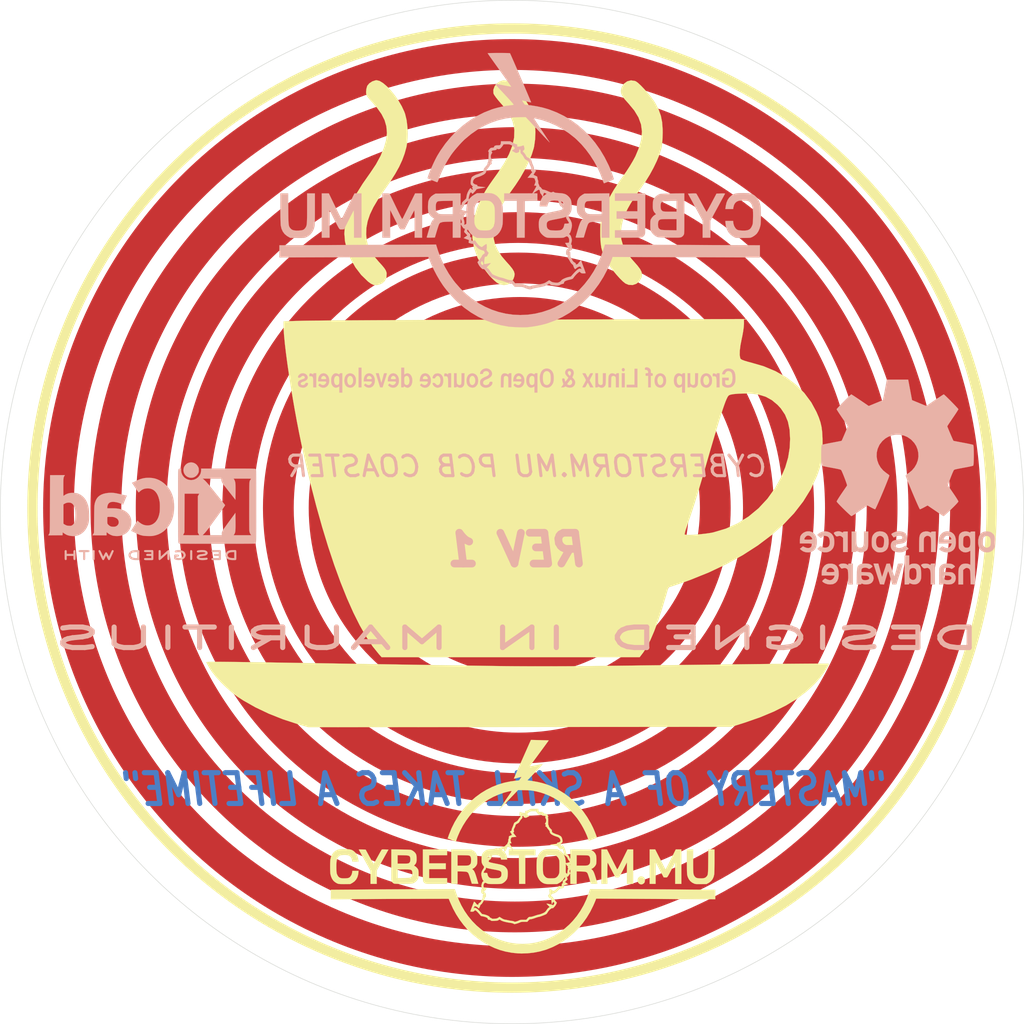
<source format=kicad_pcb>
(kicad_pcb (version 20171130) (host pcbnew "(5.1.2)-1")
  (layers (0 F.Cu signal) (31 B.Cu signal) (34 B.Paste user) (35 F.Paste user) (36 B.SilkS user) (37 F.SilkS user) (38 B.Mask user) (39 F.Mask user) (44 Edge.Cuts user))
  (net 0 "")
  (module Diode_SMD:D_0402_1005Metric (layer B.Cu) (at 189.507 88.392)
    (fp_text reference REF** (at 0 1.17) (layer B.SilkS) (effects (justify mirror)))
    (fp_text value D_0402_1005Metric)
    (pad 2 smd roundrect (at 0.485 0) (size 0.59 0.64) (layers B.Cu B.Paste B.Mask))
    (pad 1 smd roundrect (at -0.485 0) (size 0.59 0.64) (layers B.Cu B.Paste B.Mask))
  )
  (module Package_BGA:TFBGA-216_13x13mm_Layout15x15_P0.8mm (layer F.Cu) (at 153.416 97.536)
    (fp_text reference REF** (at 0 -7.5) (layer F.SilkS))
    (fp_text value TFBGA-216_13x13mm_Layout15x15_P0.8mm)
    (pad R15 smd circle (at 5.6 5.6) (size 0.4 0.4) (layers F.Cu F.Paste F.Mask))
    (pad R14 smd circle (at 4.8 5.6) (size 0.4 0.4) (layers F.Cu F.Paste F.Mask))
    (pad R13 smd circle (at 4 5.6) (size 0.4 0.4) (layers F.Cu F.Paste F.Mask))
    (pad R12 smd circle (at 3.2 5.6) (size 0.4 0.4) (layers F.Cu F.Paste F.Mask))
    (pad R11 smd circle (at 2.4 5.6) (size 0.4 0.4) (layers F.Cu F.Paste F.Mask))
    (pad R10 smd circle (at 1.6 5.6) (size 0.4 0.4) (layers F.Cu F.Paste F.Mask))
    (pad R9 smd circle (at 0.8 5.6) (size 0.4 0.4) (layers F.Cu F.Paste F.Mask))
    (pad R8 smd circle (at 0 5.6) (size 0.4 0.4) (layers F.Cu F.Paste F.Mask))
    (pad R7 smd circle (at -0.8 5.6) (size 0.4 0.4) (layers F.Cu F.Paste F.Mask))
    (pad R6 smd circle (at -1.6 5.6) (size 0.4 0.4) (layers F.Cu F.Paste F.Mask))
    (pad R5 smd circle (at -2.4 5.6) (size 0.4 0.4) (layers F.Cu F.Paste F.Mask))
    (pad R4 smd circle (at -3.2 5.6) (size 0.4 0.4) (layers F.Cu F.Paste F.Mask))
    (pad R3 smd circle (at -4 5.6) (size 0.4 0.4) (layers F.Cu F.Paste F.Mask))
    (pad R2 smd circle (at -4.8 5.6) (size 0.4 0.4) (layers F.Cu F.Paste F.Mask))
    (pad R1 smd circle (at -5.6 5.6) (size 0.4 0.4) (layers F.Cu F.Paste F.Mask))
    (pad P15 smd circle (at 5.6 4.8) (size 0.4 0.4) (layers F.Cu F.Paste F.Mask))
    (pad P14 smd circle (at 4.8 4.8) (size 0.4 0.4) (layers F.Cu F.Paste F.Mask))
    (pad P13 smd circle (at 4 4.8) (size 0.4 0.4) (layers F.Cu F.Paste F.Mask))
    (pad P12 smd circle (at 3.2 4.8) (size 0.4 0.4) (layers F.Cu F.Paste F.Mask))
    (pad P11 smd circle (at 2.4 4.8) (size 0.4 0.4) (layers F.Cu F.Paste F.Mask))
    (pad P10 smd circle (at 1.6 4.8) (size 0.4 0.4) (layers F.Cu F.Paste F.Mask))
    (pad P9 smd circle (at 0.8 4.8) (size 0.4 0.4) (layers F.Cu F.Paste F.Mask))
    (pad P8 smd circle (at 0 4.8) (size 0.4 0.4) (layers F.Cu F.Paste F.Mask))
    (pad P7 smd circle (at -0.8 4.8) (size 0.4 0.4) (layers F.Cu F.Paste F.Mask))
    (pad P6 smd circle (at -1.6 4.8) (size 0.4 0.4) (layers F.Cu F.Paste F.Mask))
    (pad P5 smd circle (at -2.4 4.8) (size 0.4 0.4) (layers F.Cu F.Paste F.Mask))
    (pad P4 smd circle (at -3.2 4.8) (size 0.4 0.4) (layers F.Cu F.Paste F.Mask))
    (pad P3 smd circle (at -4 4.8) (size 0.4 0.4) (layers F.Cu F.Paste F.Mask))
    (pad P2 smd circle (at -4.8 4.8) (size 0.4 0.4) (layers F.Cu F.Paste F.Mask))
    (pad P1 smd circle (at -5.6 4.8) (size 0.4 0.4) (layers F.Cu F.Paste F.Mask))
    (pad N15 smd circle (at 5.6 4) (size 0.4 0.4) (layers F.Cu F.Paste F.Mask))
    (pad N14 smd circle (at 4.8 4) (size 0.4 0.4) (layers F.Cu F.Paste F.Mask))
    (pad N13 smd circle (at 4 4) (size 0.4 0.4) (layers F.Cu F.Paste F.Mask))
    (pad N12 smd circle (at 3.2 4) (size 0.4 0.4) (layers F.Cu F.Paste F.Mask))
    (pad N11 smd circle (at 2.4 4) (size 0.4 0.4) (layers F.Cu F.Paste F.Mask))
    (pad N10 smd circle (at 1.6 4) (size 0.4 0.4) (layers F.Cu F.Paste F.Mask))
    (pad N9 smd circle (at 0.8 4) (size 0.4 0.4) (layers F.Cu F.Paste F.Mask))
    (pad N8 smd circle (at 0 4) (size 0.4 0.4) (layers F.Cu F.Paste F.Mask))
    (pad N7 smd circle (at -0.8 4) (size 0.4 0.4) (layers F.Cu F.Paste F.Mask))
    (pad N6 smd circle (at -1.6 4) (size 0.4 0.4) (layers F.Cu F.Paste F.Mask))
    (pad N5 smd circle (at -2.4 4) (size 0.4 0.4) (layers F.Cu F.Paste F.Mask))
    (pad N4 smd circle (at -3.2 4) (size 0.4 0.4) (layers F.Cu F.Paste F.Mask))
    (pad N3 smd circle (at -4 4) (size 0.4 0.4) (layers F.Cu F.Paste F.Mask))
    (pad N2 smd circle (at -4.8 4) (size 0.4 0.4) (layers F.Cu F.Paste F.Mask))
    (pad N1 smd circle (at -5.6 4) (size 0.4 0.4) (layers F.Cu F.Paste F.Mask))
    (pad M15 smd circle (at 5.6 3.2) (size 0.4 0.4) (layers F.Cu F.Paste F.Mask))
    (pad M14 smd circle (at 4.8 3.2) (size 0.4 0.4) (layers F.Cu F.Paste F.Mask))
    (pad M13 smd circle (at 4 3.2) (size 0.4 0.4) (layers F.Cu F.Paste F.Mask))
    (pad M12 smd circle (at 3.2 3.2) (size 0.4 0.4) (layers F.Cu F.Paste F.Mask))
    (pad M11 smd circle (at 2.4 3.2) (size 0.4 0.4) (layers F.Cu F.Paste F.Mask))
    (pad M10 smd circle (at 1.6 3.2) (size 0.4 0.4) (layers F.Cu F.Paste F.Mask))
    (pad M9 smd circle (at 0.8 3.2) (size 0.4 0.4) (layers F.Cu F.Paste F.Mask))
    (pad M8 smd circle (at 0 3.2) (size 0.4 0.4) (layers F.Cu F.Paste F.Mask))
    (pad M7 smd circle (at -0.8 3.2) (size 0.4 0.4) (layers F.Cu F.Paste F.Mask))
    (pad M6 smd circle (at -1.6 3.2) (size 0.4 0.4) (layers F.Cu F.Paste F.Mask))
    (pad M5 smd circle (at -2.4 3.2) (size 0.4 0.4) (layers F.Cu F.Paste F.Mask))
    (pad M4 smd circle (at -3.2 3.2) (size 0.4 0.4) (layers F.Cu F.Paste F.Mask))
    (pad M3 smd circle (at -4 3.2) (size 0.4 0.4) (layers F.Cu F.Paste F.Mask))
    (pad M2 smd circle (at -4.8 3.2) (size 0.4 0.4) (layers F.Cu F.Paste F.Mask))
    (pad M1 smd circle (at -5.6 3.2) (size 0.4 0.4) (layers F.Cu F.Paste F.Mask))
    (pad L15 smd circle (at 5.6 2.4) (size 0.4 0.4) (layers F.Cu F.Paste F.Mask))
    (pad L14 smd circle (at 4.8 2.4) (size 0.4 0.4) (layers F.Cu F.Paste F.Mask))
    (pad L13 smd circle (at 4 2.4) (size 0.4 0.4) (layers F.Cu F.Paste F.Mask))
    (pad L12 smd circle (at 3.2 2.4) (size 0.4 0.4) (layers F.Cu F.Paste F.Mask))
    (pad L11 smd circle (at 2.4 2.4) (size 0.4 0.4) (layers F.Cu F.Paste F.Mask))
    (pad L10 smd circle (at 1.6 2.4) (size 0.4 0.4) (layers F.Cu F.Paste F.Mask))
    (pad L9 smd circle (at 0.8 2.4) (size 0.4 0.4) (layers F.Cu F.Paste F.Mask))
    (pad L8 smd circle (at 0 2.4) (size 0.4 0.4) (layers F.Cu F.Paste F.Mask))
    (pad L7 smd circle (at -0.8 2.4) (size 0.4 0.4) (layers F.Cu F.Paste F.Mask))
    (pad L6 smd circle (at -1.6 2.4) (size 0.4 0.4) (layers F.Cu F.Paste F.Mask))
    (pad L5 smd circle (at -2.4 2.4) (size 0.4 0.4) (layers F.Cu F.Paste F.Mask))
    (pad L4 smd circle (at -3.2 2.4) (size 0.4 0.4) (layers F.Cu F.Paste F.Mask))
    (pad L3 smd circle (at -4 2.4) (size 0.4 0.4) (layers F.Cu F.Paste F.Mask))
    (pad L2 smd circle (at -4.8 2.4) (size 0.4 0.4) (layers F.Cu F.Paste F.Mask))
    (pad L1 smd circle (at -5.6 2.4) (size 0.4 0.4) (layers F.Cu F.Paste F.Mask))
    (pad K15 smd circle (at 5.6 1.6) (size 0.4 0.4) (layers F.Cu F.Paste F.Mask))
    (pad K14 smd circle (at 4.8 1.6) (size 0.4 0.4) (layers F.Cu F.Paste F.Mask))
    (pad K13 smd circle (at 4 1.6) (size 0.4 0.4) (layers F.Cu F.Paste F.Mask))
    (pad K12 smd circle (at 3.2 1.6) (size 0.4 0.4) (layers F.Cu F.Paste F.Mask))
    (pad K11 smd circle (at 2.4 1.6) (size 0.4 0.4) (layers F.Cu F.Paste F.Mask))
    (pad K10 smd circle (at 1.6 1.6) (size 0.4 0.4) (layers F.Cu F.Paste F.Mask))
    (pad K9 smd circle (at 0.8 1.6) (size 0.4 0.4) (layers F.Cu F.Paste F.Mask))
    (pad K8 smd circle (at 0 1.6) (size 0.4 0.4) (layers F.Cu F.Paste F.Mask))
    (pad K7 smd circle (at -0.8 1.6) (size 0.4 0.4) (layers F.Cu F.Paste F.Mask))
    (pad K6 smd circle (at -1.6 1.6) (size 0.4 0.4) (layers F.Cu F.Paste F.Mask))
    (pad K5 smd circle (at -2.4 1.6) (size 0.4 0.4) (layers F.Cu F.Paste F.Mask))
    (pad K4 smd circle (at -3.2 1.6) (size 0.4 0.4) (layers F.Cu F.Paste F.Mask))
    (pad K3 smd circle (at -4 1.6) (size 0.4 0.4) (layers F.Cu F.Paste F.Mask))
    (pad K2 smd circle (at -4.8 1.6) (size 0.4 0.4) (layers F.Cu F.Paste F.Mask))
    (pad K1 smd circle (at -5.6 1.6) (size 0.4 0.4) (layers F.Cu F.Paste F.Mask))
    (pad J15 smd circle (at 5.6 0.8) (size 0.4 0.4) (layers F.Cu F.Paste F.Mask))
    (pad J14 smd circle (at 4.8 0.8) (size 0.4 0.4) (layers F.Cu F.Paste F.Mask))
    (pad J13 smd circle (at 4 0.8) (size 0.4 0.4) (layers F.Cu F.Paste F.Mask))
    (pad J12 smd circle (at 3.2 0.8) (size 0.4 0.4) (layers F.Cu F.Paste F.Mask))
    (pad J11 smd circle (at 2.4 0.8) (size 0.4 0.4) (layers F.Cu F.Paste F.Mask))
    (pad J10 smd circle (at 1.6 0.8) (size 0.4 0.4) (layers F.Cu F.Paste F.Mask))
    (pad J6 smd circle (at -1.6 0.8) (size 0.4 0.4) (layers F.Cu F.Paste F.Mask))
    (pad J5 smd circle (at -2.4 0.8) (size 0.4 0.4) (layers F.Cu F.Paste F.Mask))
    (pad J4 smd circle (at -3.2 0.8) (size 0.4 0.4) (layers F.Cu F.Paste F.Mask))
    (pad J3 smd circle (at -4 0.8) (size 0.4 0.4) (layers F.Cu F.Paste F.Mask))
    (pad J2 smd circle (at -4.8 0.8) (size 0.4 0.4) (layers F.Cu F.Paste F.Mask))
    (pad J1 smd circle (at -5.6 0.8) (size 0.4 0.4) (layers F.Cu F.Paste F.Mask))
    (pad H15 smd circle (at 5.6 0) (size 0.4 0.4) (layers F.Cu F.Paste F.Mask))
    (pad H14 smd circle (at 4.8 0) (size 0.4 0.4) (layers F.Cu F.Paste F.Mask))
    (pad H13 smd circle (at 4 0) (size 0.4 0.4) (layers F.Cu F.Paste F.Mask))
    (pad H12 smd circle (at 3.2 0) (size 0.4 0.4) (layers F.Cu F.Paste F.Mask))
    (pad H11 smd circle (at 2.4 0) (size 0.4 0.4) (layers F.Cu F.Paste F.Mask))
    (pad H10 smd circle (at 1.6 0) (size 0.4 0.4) (layers F.Cu F.Paste F.Mask))
    (pad H6 smd circle (at -1.6 0) (size 0.4 0.4) (layers F.Cu F.Paste F.Mask))
    (pad H5 smd circle (at -2.4 0) (size 0.4 0.4) (layers F.Cu F.Paste F.Mask))
    (pad H4 smd circle (at -3.2 0) (size 0.4 0.4) (layers F.Cu F.Paste F.Mask))
    (pad H3 smd circle (at -4 0) (size 0.4 0.4) (layers F.Cu F.Paste F.Mask))
    (pad H2 smd circle (at -4.8 0) (size 0.4 0.4) (layers F.Cu F.Paste F.Mask))
    (pad H1 smd circle (at -5.6 0) (size 0.4 0.4) (layers F.Cu F.Paste F.Mask))
    (pad G15 smd circle (at 5.6 -0.8) (size 0.4 0.4) (layers F.Cu F.Paste F.Mask))
    (pad G14 smd circle (at 4.8 -0.8) (size 0.4 0.4) (layers F.Cu F.Paste F.Mask))
    (pad G13 smd circle (at 4 -0.8) (size 0.4 0.4) (layers F.Cu F.Paste F.Mask))
    (pad G12 smd circle (at 3.2 -0.8) (size 0.4 0.4) (layers F.Cu F.Paste F.Mask))
    (pad G11 smd circle (at 2.4 -0.8) (size 0.4 0.4) (layers F.Cu F.Paste F.Mask))
    (pad G10 smd circle (at 1.6 -0.8) (size 0.4 0.4) (layers F.Cu F.Paste F.Mask))
    (pad G6 smd circle (at -1.6 -0.8) (size 0.4 0.4) (layers F.Cu F.Paste F.Mask))
    (pad G5 smd circle (at -2.4 -0.8) (size 0.4 0.4) (layers F.Cu F.Paste F.Mask))
    (pad G4 smd circle (at -3.2 -0.8) (size 0.4 0.4) (layers F.Cu F.Paste F.Mask))
    (pad G3 smd circle (at -4 -0.8) (size 0.4 0.4) (layers F.Cu F.Paste F.Mask))
    (pad G2 smd circle (at -4.8 -0.8) (size 0.4 0.4) (layers F.Cu F.Paste F.Mask))
    (pad G1 smd circle (at -5.6 -0.8) (size 0.4 0.4) (layers F.Cu F.Paste F.Mask))
    (pad F15 smd circle (at 5.6 -1.6) (size 0.4 0.4) (layers F.Cu F.Paste F.Mask))
    (pad F14 smd circle (at 4.8 -1.6) (size 0.4 0.4) (layers F.Cu F.Paste F.Mask))
    (pad F13 smd circle (at 4 -1.6) (size 0.4 0.4) (layers F.Cu F.Paste F.Mask))
    (pad F12 smd circle (at 3.2 -1.6) (size 0.4 0.4) (layers F.Cu F.Paste F.Mask))
    (pad F11 smd circle (at 2.4 -1.6) (size 0.4 0.4) (layers F.Cu F.Paste F.Mask))
    (pad F10 smd circle (at 1.6 -1.6) (size 0.4 0.4) (layers F.Cu F.Paste F.Mask))
    (pad F9 smd circle (at 0.8 -1.6) (size 0.4 0.4) (layers F.Cu F.Paste F.Mask))
    (pad F8 smd circle (at 0 -1.6) (size 0.4 0.4) (layers F.Cu F.Paste F.Mask))
    (pad F7 smd circle (at -0.8 -1.6) (size 0.4 0.4) (layers F.Cu F.Paste F.Mask))
    (pad F6 smd circle (at -1.6 -1.6) (size 0.4 0.4) (layers F.Cu F.Paste F.Mask))
    (pad F5 smd circle (at -2.4 -1.6) (size 0.4 0.4) (layers F.Cu F.Paste F.Mask))
    (pad F4 smd circle (at -3.2 -1.6) (size 0.4 0.4) (layers F.Cu F.Paste F.Mask))
    (pad F3 smd circle (at -4 -1.6) (size 0.4 0.4) (layers F.Cu F.Paste F.Mask))
    (pad F2 smd circle (at -4.8 -1.6) (size 0.4 0.4) (layers F.Cu F.Paste F.Mask))
    (pad F1 smd circle (at -5.6 -1.6) (size 0.4 0.4) (layers F.Cu F.Paste F.Mask))
    (pad E15 smd circle (at 5.6 -2.4) (size 0.4 0.4) (layers F.Cu F.Paste F.Mask))
    (pad E14 smd circle (at 4.8 -2.4) (size 0.4 0.4) (layers F.Cu F.Paste F.Mask))
    (pad E13 smd circle (at 4 -2.4) (size 0.4 0.4) (layers F.Cu F.Paste F.Mask))
    (pad E12 smd circle (at 3.2 -2.4) (size 0.4 0.4) (layers F.Cu F.Paste F.Mask))
    (pad E11 smd circle (at 2.4 -2.4) (size 0.4 0.4) (layers F.Cu F.Paste F.Mask))
    (pad E10 smd circle (at 1.6 -2.4) (size 0.4 0.4) (layers F.Cu F.Paste F.Mask))
    (pad E9 smd circle (at 0.8 -2.4) (size 0.4 0.4) (layers F.Cu F.Paste F.Mask))
    (pad E8 smd circle (at 0 -2.4) (size 0.4 0.4) (layers F.Cu F.Paste F.Mask))
    (pad E7 smd circle (at -0.8 -2.4) (size 0.4 0.4) (layers F.Cu F.Paste F.Mask))
    (pad E6 smd circle (at -1.6 -2.4) (size 0.4 0.4) (layers F.Cu F.Paste F.Mask))
    (pad E5 smd circle (at -2.4 -2.4) (size 0.4 0.4) (layers F.Cu F.Paste F.Mask))
    (pad E4 smd circle (at -3.2 -2.4) (size 0.4 0.4) (layers F.Cu F.Paste F.Mask))
    (pad E3 smd circle (at -4 -2.4) (size 0.4 0.4) (layers F.Cu F.Paste F.Mask))
    (pad E2 smd circle (at -4.8 -2.4) (size 0.4 0.4) (layers F.Cu F.Paste F.Mask))
    (pad E1 smd circle (at -5.6 -2.4) (size 0.4 0.4) (layers F.Cu F.Paste F.Mask))
    (pad D15 smd circle (at 5.6 -3.2) (size 0.4 0.4) (layers F.Cu F.Paste F.Mask))
    (pad D14 smd circle (at 4.8 -3.2) (size 0.4 0.4) (layers F.Cu F.Paste F.Mask))
    (pad D13 smd circle (at 4 -3.2) (size 0.4 0.4) (layers F.Cu F.Paste F.Mask))
    (pad D12 smd circle (at 3.2 -3.2) (size 0.4 0.4) (layers F.Cu F.Paste F.Mask))
    (pad D11 smd circle (at 2.4 -3.2) (size 0.4 0.4) (layers F.Cu F.Paste F.Mask))
    (pad D10 smd circle (at 1.6 -3.2) (size 0.4 0.4) (layers F.Cu F.Paste F.Mask))
    (pad D9 smd circle (at 0.8 -3.2) (size 0.4 0.4) (layers F.Cu F.Paste F.Mask))
    (pad D8 smd circle (at 0 -3.2) (size 0.4 0.4) (layers F.Cu F.Paste F.Mask))
    (pad D7 smd circle (at -0.8 -3.2) (size 0.4 0.4) (layers F.Cu F.Paste F.Mask))
    (pad D6 smd circle (at -1.6 -3.2) (size 0.4 0.4) (layers F.Cu F.Paste F.Mask))
    (pad D5 smd circle (at -2.4 -3.2) (size 0.4 0.4) (layers F.Cu F.Paste F.Mask))
    (pad D4 smd circle (at -3.2 -3.2) (size 0.4 0.4) (layers F.Cu F.Paste F.Mask))
    (pad D3 smd circle (at -4 -3.2) (size 0.4 0.4) (layers F.Cu F.Paste F.Mask))
    (pad D2 smd circle (at -4.8 -3.2) (size 0.4 0.4) (layers F.Cu F.Paste F.Mask))
    (pad D1 smd circle (at -5.6 -3.2) (size 0.4 0.4) (layers F.Cu F.Paste F.Mask))
    (pad C15 smd circle (at 5.6 -4) (size 0.4 0.4) (layers F.Cu F.Paste F.Mask))
    (pad C14 smd circle (at 4.8 -4) (size 0.4 0.4) (layers F.Cu F.Paste F.Mask))
    (pad C13 smd circle (at 4 -4) (size 0.4 0.4) (layers F.Cu F.Paste F.Mask))
    (pad C12 smd circle (at 3.2 -4) (size 0.4 0.4) (layers F.Cu F.Paste F.Mask))
    (pad C11 smd circle (at 2.4 -4) (size 0.4 0.4) (layers F.Cu F.Paste F.Mask))
    (pad C10 smd circle (at 1.6 -4) (size 0.4 0.4) (layers F.Cu F.Paste F.Mask))
    (pad C9 smd circle (at 0.8 -4) (size 0.4 0.4) (layers F.Cu F.Paste F.Mask))
    (pad C8 smd circle (at 0 -4) (size 0.4 0.4) (layers F.Cu F.Paste F.Mask))
    (pad C7 smd circle (at -0.8 -4) (size 0.4 0.4) (layers F.Cu F.Paste F.Mask))
    (pad C6 smd circle (at -1.6 -4) (size 0.4 0.4) (layers F.Cu F.Paste F.Mask))
    (pad C5 smd circle (at -2.4 -4) (size 0.4 0.4) (layers F.Cu F.Paste F.Mask))
    (pad C4 smd circle (at -3.2 -4) (size 0.4 0.4) (layers F.Cu F.Paste F.Mask))
    (pad C3 smd circle (at -4 -4) (size 0.4 0.4) (layers F.Cu F.Paste F.Mask))
    (pad C2 smd circle (at -4.8 -4) (size 0.4 0.4) (layers F.Cu F.Paste F.Mask))
    (pad C1 smd circle (at -5.6 -4) (size 0.4 0.4) (layers F.Cu F.Paste F.Mask))
    (pad B15 smd circle (at 5.6 -4.8) (size 0.4 0.4) (layers F.Cu F.Paste F.Mask))
    (pad B14 smd circle (at 4.8 -4.8) (size 0.4 0.4) (layers F.Cu F.Paste F.Mask))
    (pad B13 smd circle (at 4 -4.8) (size 0.4 0.4) (layers F.Cu F.Paste F.Mask))
    (pad B12 smd circle (at 3.2 -4.8) (size 0.4 0.4) (layers F.Cu F.Paste F.Mask))
    (pad B11 smd circle (at 2.4 -4.8) (size 0.4 0.4) (layers F.Cu F.Paste F.Mask))
    (pad B10 smd circle (at 1.6 -4.8) (size 0.4 0.4) (layers F.Cu F.Paste F.Mask))
    (pad B9 smd circle (at 0.8 -4.8) (size 0.4 0.4) (layers F.Cu F.Paste F.Mask))
    (pad B8 smd circle (at 0 -4.8) (size 0.4 0.4) (layers F.Cu F.Paste F.Mask))
    (pad B7 smd circle (at -0.8 -4.8) (size 0.4 0.4) (layers F.Cu F.Paste F.Mask))
    (pad B6 smd circle (at -1.6 -4.8) (size 0.4 0.4) (layers F.Cu F.Paste F.Mask))
    (pad B5 smd circle (at -2.4 -4.8) (size 0.4 0.4) (layers F.Cu F.Paste F.Mask))
    (pad B4 smd circle (at -3.2 -4.8) (size 0.4 0.4) (layers F.Cu F.Paste F.Mask))
    (pad B3 smd circle (at -4 -4.8) (size 0.4 0.4) (layers F.Cu F.Paste F.Mask))
    (pad B2 smd circle (at -4.8 -4.8) (size 0.4 0.4) (layers F.Cu F.Paste F.Mask))
    (pad B1 smd circle (at -5.6 -4.8) (size 0.4 0.4) (layers F.Cu F.Paste F.Mask))
    (pad A15 smd circle (at 5.6 -5.6) (size 0.4 0.4) (layers F.Cu F.Paste F.Mask))
    (pad A14 smd circle (at 4.8 -5.6) (size 0.4 0.4) (layers F.Cu F.Paste F.Mask))
    (pad A13 smd circle (at 4 -5.6) (size 0.4 0.4) (layers F.Cu F.Paste F.Mask))
    (pad A12 smd circle (at 3.2 -5.6) (size 0.4 0.4) (layers F.Cu F.Paste F.Mask))
    (pad A11 smd circle (at 2.4 -5.6) (size 0.4 0.4) (layers F.Cu F.Paste F.Mask))
    (pad A10 smd circle (at 1.6 -5.6) (size 0.4 0.4) (layers F.Cu F.Paste F.Mask))
    (pad A9 smd circle (at 0.8 -5.6) (size 0.4 0.4) (layers F.Cu F.Paste F.Mask))
    (pad A8 smd circle (at 0 -5.6) (size 0.4 0.4) (layers F.Cu F.Paste F.Mask))
    (pad A7 smd circle (at -0.8 -5.6) (size 0.4 0.4) (layers F.Cu F.Paste F.Mask))
    (pad A6 smd circle (at -1.6 -5.6) (size 0.4 0.4) (layers F.Cu F.Paste F.Mask))
    (pad A5 smd circle (at -2.4 -5.6) (size 0.4 0.4) (layers F.Cu F.Paste F.Mask))
    (pad A4 smd circle (at -3.2 -5.6) (size 0.4 0.4) (layers F.Cu F.Paste F.Mask))
    (pad A3 smd circle (at -4 -5.6) (size 0.4 0.4) (layers F.Cu F.Paste F.Mask))
    (pad A2 smd circle (at -4.8 -5.6) (size 0.4 0.4) (layers F.Cu F.Paste F.Mask))
    (pad A1 smd circle (at -5.6 -5.6) (size 0.4 0.4) (layers F.Cu F.Paste F.Mask))
  )
  (module logo:cyberstorm7 (layer F.Cu) (at 152.908 130.556)
    (fp_text reference G*** hide)
    (fp_text value LOGO hide)
  )
  (module Symbol:OSHW-Logo_19x20mm_SilkScreen (layer B.Cu) (at 189.484 94.996 180)
    (fp_text reference REF** hide)
    (fp_text value OSHW-Logo_19x20mm_SilkScreen hide)
  )
  (module Symbol:KiCad-Logo2_8mm_SilkScreen (layer B.Cu) (at 116.84 97.028 180)
    (fp_text reference REF** hide)
    (fp_text value KiCad-Logo2_8mm_SilkScreen hide)
  )
  (module logo:cyberstorm3 (layer B.Cu) (at 152.908 68.58 180)
    (fp_text reference G*** hide)
    (fp_text value LOGO hide)
  )
  (module logo:hot9 (layer F.Cu) (at 152.4 87.376)
    (fp_text reference G*** hide)
    (fp_text value LOGO hide)
  )
  (gr_text "\"MASTERY OF A SKILL TAKES A LIFETIME\"" (at 151.384 124.968) (layer B.Cu) (effects (font (size 3 2.4) (thickness 0.5) italic) (justify mirror)))
  (gr_circle (center 152.868077 97.536) (end 166.116 97.536) (layer F.Cu) (width 6))
  (gr_circle (center 152.641124 97.536) (end 171.595391 95.504) (layer F.Cu) (width 3))
  (gr_circle (center 152.512558 97.536) (end 175.768 94.996) (layer F.Cu) (width 3))
  (gr_circle (center 152.496912 97.536) (end 179.599715 93.98) (layer F.Cu) (width 3))
  (gr_circle (center 152.379386 97.536) (end 183.63288 93.472) (layer F.Cu) (width 3))
  (gr_circle (center 152.34193 97.536) (end 187.90193 95.502929) (layer F.Cu) (width 3))
  (gr_circle (center 152.169139 97.536) (end 191.907278 94.488) (layer F.Cu) (width 3))
  (gr_circle (center 151.892 97.537071) (end 196.088 97.229275) (layer F.Cu) (width 3))
  (gr_text "REV 1" (at 152.4 101.6) (layer B.SilkS) (effects (font (size 3 3) (thickness 0.75) italic) (justify mirror)))
  (gr_text "CYBERSTORM.MU PCB COASTER" (at 153.416 93.472) (layer B.SilkS) (effects (font (size 2 2) (thickness 0.3) italic) (justify mirror)))
  (gr_circle (center 151.892 97.926836) (end 197.612 117.856) (layer Edge.Cuts) (width 0.05))
  (gr_circle (center 151.892 97.539635) (end 198.628 96.956717) (layer F.SilkS) (width 1))
  (gr_text "DESIGNED IN MAURITIUS" (at 152.4 110.236) (layer B.SilkS) (effects (font (size 2 5) (thickness 0.5)) (justify mirror)))
)
</source>
